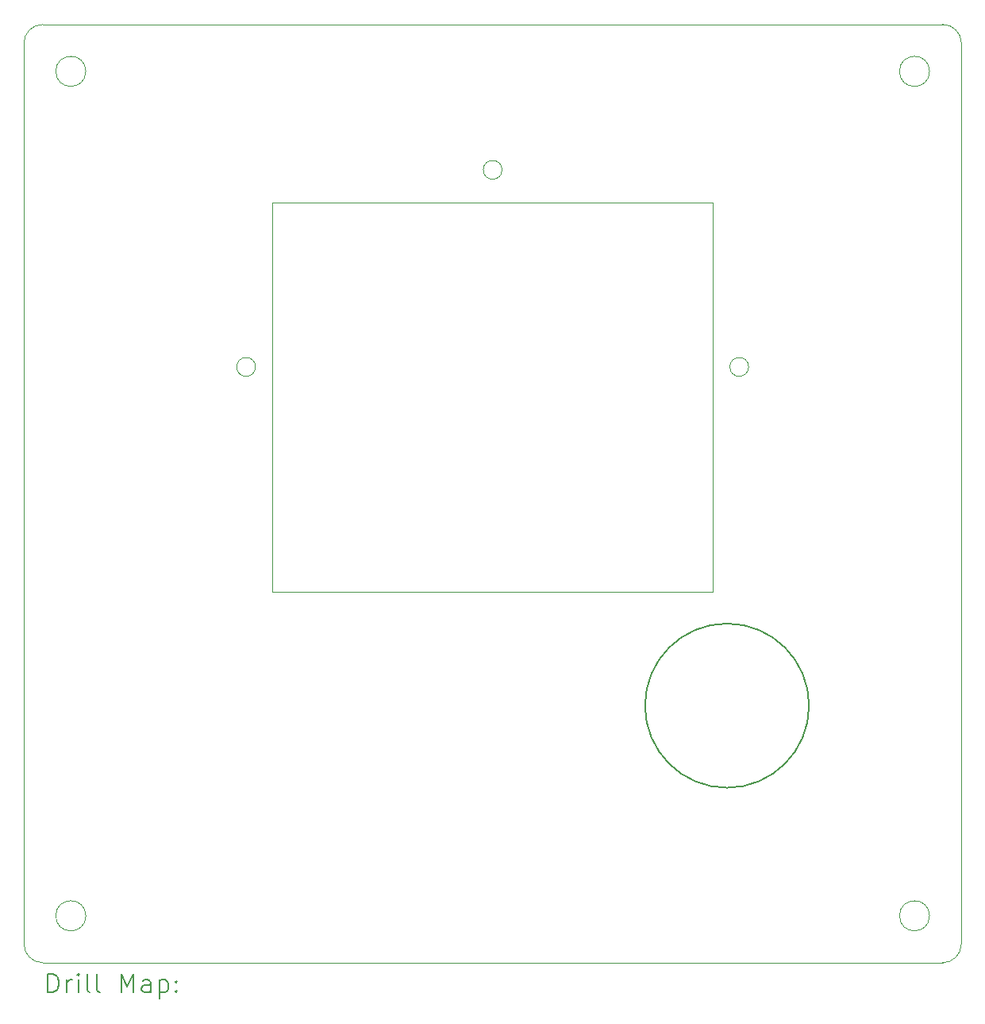
<source format=gbr>
%TF.GenerationSoftware,KiCad,Pcbnew,8.0.3*%
%TF.CreationDate,2024-06-20T00:16:15-06:00*%
%TF.ProjectId,dc32-front,64633332-2d66-4726-9f6e-742e6b696361,1.0*%
%TF.SameCoordinates,PX7bb10a0PY836a940*%
%TF.FileFunction,Drillmap*%
%TF.FilePolarity,Positive*%
%FSLAX45Y45*%
G04 Gerber Fmt 4.5, Leading zero omitted, Abs format (unit mm)*
G04 Created by KiCad (PCBNEW 8.0.3) date 2024-06-20 00:16:15*
%MOMM*%
%LPD*%
G01*
G04 APERTURE LIST*
%ADD10C,0.100000*%
%ADD11C,0.150000*%
%ADD12C,0.200000*%
G04 APERTURE END LIST*
D10*
X200000Y0D02*
X9800000Y0D01*
X660312Y500000D02*
G75*
G02*
X339688Y500000I-160312J0D01*
G01*
X339688Y500000D02*
G75*
G02*
X660312Y500000I160312J0D01*
G01*
X0Y9800000D02*
G75*
G02*
X200000Y10000000I200000J0D01*
G01*
X10000000Y200000D02*
G75*
G02*
X9800000Y0I-200000J0D01*
G01*
X660000Y9500000D02*
G75*
G02*
X340000Y9500000I-160000J0D01*
G01*
X340000Y9500000D02*
G75*
G02*
X660000Y9500000I160000J0D01*
G01*
X9800000Y10000000D02*
G75*
G02*
X10000000Y9800000I0J-200000D01*
G01*
X9800000Y10000000D02*
X200000Y10000000D01*
X9660000Y500000D02*
G75*
G02*
X9340000Y500000I-160000J0D01*
G01*
X9340000Y500000D02*
G75*
G02*
X9660000Y500000I160000J0D01*
G01*
X200000Y0D02*
G75*
G02*
X0Y200000I0J200000D01*
G01*
X2470000Y6350000D02*
G75*
G02*
X2270000Y6350000I-100000J0D01*
G01*
X2270000Y6350000D02*
G75*
G02*
X2470000Y6350000I100000J0D01*
G01*
X5100000Y8450000D02*
G75*
G02*
X4900000Y8450000I-100000J0D01*
G01*
X4900000Y8450000D02*
G75*
G02*
X5100000Y8450000I100000J0D01*
G01*
X10000000Y200000D02*
X10000000Y9800000D01*
X0Y9800000D02*
X0Y200000D01*
X2650000Y8100000D02*
X7350000Y8100000D01*
X7350000Y3950000D01*
X2650000Y3950000D01*
X2650000Y8100000D01*
D11*
X8375000Y2740000D02*
G75*
G02*
X6625000Y2740000I-875000J0D01*
G01*
X6625000Y2740000D02*
G75*
G02*
X8375000Y2740000I875000J0D01*
G01*
D10*
X7730000Y6350000D02*
G75*
G02*
X7530000Y6350000I-100000J0D01*
G01*
X7530000Y6350000D02*
G75*
G02*
X7730000Y6350000I100000J0D01*
G01*
X9660312Y9500000D02*
G75*
G02*
X9339688Y9500000I-160312J0D01*
G01*
X9339688Y9500000D02*
G75*
G02*
X9660312Y9500000I160312J0D01*
G01*
D12*
X255777Y-316484D02*
X255777Y-116484D01*
X255777Y-116484D02*
X303396Y-116484D01*
X303396Y-116484D02*
X331967Y-126008D01*
X331967Y-126008D02*
X351015Y-145055D01*
X351015Y-145055D02*
X360539Y-164103D01*
X360539Y-164103D02*
X370062Y-202198D01*
X370062Y-202198D02*
X370062Y-230769D01*
X370062Y-230769D02*
X360539Y-268865D01*
X360539Y-268865D02*
X351015Y-287912D01*
X351015Y-287912D02*
X331967Y-306960D01*
X331967Y-306960D02*
X303396Y-316484D01*
X303396Y-316484D02*
X255777Y-316484D01*
X455777Y-316484D02*
X455777Y-183150D01*
X455777Y-221246D02*
X465301Y-202198D01*
X465301Y-202198D02*
X474824Y-192674D01*
X474824Y-192674D02*
X493872Y-183150D01*
X493872Y-183150D02*
X512920Y-183150D01*
X579586Y-316484D02*
X579586Y-183150D01*
X579586Y-116484D02*
X570063Y-126008D01*
X570063Y-126008D02*
X579586Y-135531D01*
X579586Y-135531D02*
X589110Y-126008D01*
X589110Y-126008D02*
X579586Y-116484D01*
X579586Y-116484D02*
X579586Y-135531D01*
X703396Y-316484D02*
X684348Y-306960D01*
X684348Y-306960D02*
X674824Y-287912D01*
X674824Y-287912D02*
X674824Y-116484D01*
X808158Y-316484D02*
X789110Y-306960D01*
X789110Y-306960D02*
X779586Y-287912D01*
X779586Y-287912D02*
X779586Y-116484D01*
X1036729Y-316484D02*
X1036729Y-116484D01*
X1036729Y-116484D02*
X1103396Y-259341D01*
X1103396Y-259341D02*
X1170063Y-116484D01*
X1170063Y-116484D02*
X1170063Y-316484D01*
X1351015Y-316484D02*
X1351015Y-211722D01*
X1351015Y-211722D02*
X1341491Y-192674D01*
X1341491Y-192674D02*
X1322444Y-183150D01*
X1322444Y-183150D02*
X1284348Y-183150D01*
X1284348Y-183150D02*
X1265301Y-192674D01*
X1351015Y-306960D02*
X1331967Y-316484D01*
X1331967Y-316484D02*
X1284348Y-316484D01*
X1284348Y-316484D02*
X1265301Y-306960D01*
X1265301Y-306960D02*
X1255777Y-287912D01*
X1255777Y-287912D02*
X1255777Y-268865D01*
X1255777Y-268865D02*
X1265301Y-249817D01*
X1265301Y-249817D02*
X1284348Y-240293D01*
X1284348Y-240293D02*
X1331967Y-240293D01*
X1331967Y-240293D02*
X1351015Y-230769D01*
X1446253Y-183150D02*
X1446253Y-383150D01*
X1446253Y-192674D02*
X1465301Y-183150D01*
X1465301Y-183150D02*
X1503396Y-183150D01*
X1503396Y-183150D02*
X1522443Y-192674D01*
X1522443Y-192674D02*
X1531967Y-202198D01*
X1531967Y-202198D02*
X1541491Y-221246D01*
X1541491Y-221246D02*
X1541491Y-278389D01*
X1541491Y-278389D02*
X1531967Y-297436D01*
X1531967Y-297436D02*
X1522443Y-306960D01*
X1522443Y-306960D02*
X1503396Y-316484D01*
X1503396Y-316484D02*
X1465301Y-316484D01*
X1465301Y-316484D02*
X1446253Y-306960D01*
X1627205Y-297436D02*
X1636729Y-306960D01*
X1636729Y-306960D02*
X1627205Y-316484D01*
X1627205Y-316484D02*
X1617682Y-306960D01*
X1617682Y-306960D02*
X1627205Y-297436D01*
X1627205Y-297436D02*
X1627205Y-316484D01*
X1627205Y-192674D02*
X1636729Y-202198D01*
X1636729Y-202198D02*
X1627205Y-211722D01*
X1627205Y-211722D02*
X1617682Y-202198D01*
X1617682Y-202198D02*
X1627205Y-192674D01*
X1627205Y-192674D02*
X1627205Y-211722D01*
M02*

</source>
